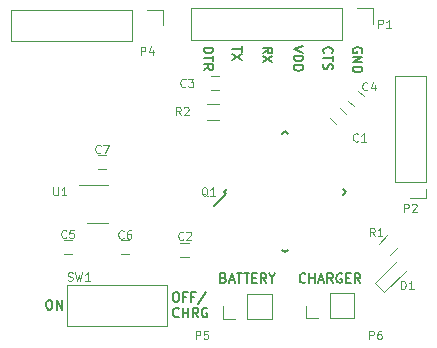
<source format=gto>
G04 #@! TF.FileFunction,Legend,Top*
%FSLAX46Y46*%
G04 Gerber Fmt 4.6, Leading zero omitted, Abs format (unit mm)*
G04 Created by KiCad (PCBNEW 4.0.4-stable) date Wednesday, September 27, 2017 'PMt' 07:19:19 PM*
%MOMM*%
%LPD*%
G01*
G04 APERTURE LIST*
%ADD10C,0.100000*%
%ADD11C,0.150000*%
%ADD12C,0.120000*%
G04 APERTURE END LIST*
D10*
D11*
X155392857Y-120986905D02*
X155545238Y-120986905D01*
X155621429Y-121025000D01*
X155697619Y-121101190D01*
X155735714Y-121253571D01*
X155735714Y-121520238D01*
X155697619Y-121672619D01*
X155621429Y-121748810D01*
X155545238Y-121786905D01*
X155392857Y-121786905D01*
X155316667Y-121748810D01*
X155240476Y-121672619D01*
X155202381Y-121520238D01*
X155202381Y-121253571D01*
X155240476Y-121101190D01*
X155316667Y-121025000D01*
X155392857Y-120986905D01*
X156345238Y-121367857D02*
X156078571Y-121367857D01*
X156078571Y-121786905D02*
X156078571Y-120986905D01*
X156459524Y-120986905D01*
X157030952Y-121367857D02*
X156764285Y-121367857D01*
X156764285Y-121786905D02*
X156764285Y-120986905D01*
X157145238Y-120986905D01*
X158021428Y-120948810D02*
X157335713Y-121977381D01*
X155697619Y-123060714D02*
X155659524Y-123098810D01*
X155545238Y-123136905D01*
X155469048Y-123136905D01*
X155354762Y-123098810D01*
X155278571Y-123022619D01*
X155240476Y-122946429D01*
X155202381Y-122794048D01*
X155202381Y-122679762D01*
X155240476Y-122527381D01*
X155278571Y-122451190D01*
X155354762Y-122375000D01*
X155469048Y-122336905D01*
X155545238Y-122336905D01*
X155659524Y-122375000D01*
X155697619Y-122413095D01*
X156040476Y-123136905D02*
X156040476Y-122336905D01*
X156040476Y-122717857D02*
X156497619Y-122717857D01*
X156497619Y-123136905D02*
X156497619Y-122336905D01*
X157335714Y-123136905D02*
X157069047Y-122755952D01*
X156878571Y-123136905D02*
X156878571Y-122336905D01*
X157183333Y-122336905D01*
X157259524Y-122375000D01*
X157297619Y-122413095D01*
X157335714Y-122489286D01*
X157335714Y-122603571D01*
X157297619Y-122679762D01*
X157259524Y-122717857D01*
X157183333Y-122755952D01*
X156878571Y-122755952D01*
X158097619Y-122375000D02*
X158021428Y-122336905D01*
X157907143Y-122336905D01*
X157792857Y-122375000D01*
X157716666Y-122451190D01*
X157678571Y-122527381D01*
X157640476Y-122679762D01*
X157640476Y-122794048D01*
X157678571Y-122946429D01*
X157716666Y-123022619D01*
X157792857Y-123098810D01*
X157907143Y-123136905D01*
X157983333Y-123136905D01*
X158097619Y-123098810D01*
X158135714Y-123060714D01*
X158135714Y-122794048D01*
X157983333Y-122794048D01*
X144666667Y-121661905D02*
X144819048Y-121661905D01*
X144895239Y-121700000D01*
X144971429Y-121776190D01*
X145009524Y-121928571D01*
X145009524Y-122195238D01*
X144971429Y-122347619D01*
X144895239Y-122423810D01*
X144819048Y-122461905D01*
X144666667Y-122461905D01*
X144590477Y-122423810D01*
X144514286Y-122347619D01*
X144476191Y-122195238D01*
X144476191Y-121928571D01*
X144514286Y-121776190D01*
X144590477Y-121700000D01*
X144666667Y-121661905D01*
X145352381Y-122461905D02*
X145352381Y-121661905D01*
X145809524Y-122461905D01*
X145809524Y-121661905D01*
X166238095Y-100176190D02*
X165438095Y-100442857D01*
X166238095Y-100709524D01*
X165438095Y-100976190D02*
X166238095Y-100976190D01*
X166238095Y-101166666D01*
X166200000Y-101280952D01*
X166123810Y-101357143D01*
X166047619Y-101395238D01*
X165895238Y-101433333D01*
X165780952Y-101433333D01*
X165628571Y-101395238D01*
X165552381Y-101357143D01*
X165476190Y-101280952D01*
X165438095Y-101166666D01*
X165438095Y-100976190D01*
X165438095Y-101776190D02*
X166238095Y-101776190D01*
X166238095Y-101966666D01*
X166200000Y-102080952D01*
X166123810Y-102157143D01*
X166047619Y-102195238D01*
X165895238Y-102233333D01*
X165780952Y-102233333D01*
X165628571Y-102195238D01*
X165552381Y-102157143D01*
X165476190Y-102080952D01*
X165438095Y-101966666D01*
X165438095Y-101776190D01*
X171200000Y-100709524D02*
X171238095Y-100633333D01*
X171238095Y-100519048D01*
X171200000Y-100404762D01*
X171123810Y-100328571D01*
X171047619Y-100290476D01*
X170895238Y-100252381D01*
X170780952Y-100252381D01*
X170628571Y-100290476D01*
X170552381Y-100328571D01*
X170476190Y-100404762D01*
X170438095Y-100519048D01*
X170438095Y-100595238D01*
X170476190Y-100709524D01*
X170514286Y-100747619D01*
X170780952Y-100747619D01*
X170780952Y-100595238D01*
X170438095Y-101090476D02*
X171238095Y-101090476D01*
X170438095Y-101547619D01*
X171238095Y-101547619D01*
X170438095Y-101928571D02*
X171238095Y-101928571D01*
X171238095Y-102119047D01*
X171200000Y-102233333D01*
X171123810Y-102309524D01*
X171047619Y-102347619D01*
X170895238Y-102385714D01*
X170780952Y-102385714D01*
X170628571Y-102347619D01*
X170552381Y-102309524D01*
X170476190Y-102233333D01*
X170438095Y-102119047D01*
X170438095Y-101928571D01*
X168014286Y-100747619D02*
X167976190Y-100709524D01*
X167938095Y-100595238D01*
X167938095Y-100519048D01*
X167976190Y-100404762D01*
X168052381Y-100328571D01*
X168128571Y-100290476D01*
X168280952Y-100252381D01*
X168395238Y-100252381D01*
X168547619Y-100290476D01*
X168623810Y-100328571D01*
X168700000Y-100404762D01*
X168738095Y-100519048D01*
X168738095Y-100595238D01*
X168700000Y-100709524D01*
X168661905Y-100747619D01*
X168738095Y-100976190D02*
X168738095Y-101433333D01*
X167938095Y-101204762D02*
X168738095Y-101204762D01*
X167976190Y-101661905D02*
X167938095Y-101776191D01*
X167938095Y-101966667D01*
X167976190Y-102042857D01*
X168014286Y-102080953D01*
X168090476Y-102119048D01*
X168166667Y-102119048D01*
X168242857Y-102080953D01*
X168280952Y-102042857D01*
X168319048Y-101966667D01*
X168357143Y-101814286D01*
X168395238Y-101738095D01*
X168433333Y-101700000D01*
X168509524Y-101661905D01*
X168585714Y-101661905D01*
X168661905Y-101700000D01*
X168700000Y-101738095D01*
X168738095Y-101814286D01*
X168738095Y-102004762D01*
X168700000Y-102119048D01*
X162838095Y-100747619D02*
X163219048Y-100480952D01*
X162838095Y-100290476D02*
X163638095Y-100290476D01*
X163638095Y-100595238D01*
X163600000Y-100671429D01*
X163561905Y-100709524D01*
X163485714Y-100747619D01*
X163371429Y-100747619D01*
X163295238Y-100709524D01*
X163257143Y-100671429D01*
X163219048Y-100595238D01*
X163219048Y-100290476D01*
X163638095Y-101014286D02*
X162838095Y-101547619D01*
X163638095Y-101547619D02*
X162838095Y-101014286D01*
X161038095Y-100176190D02*
X161038095Y-100633333D01*
X160238095Y-100404762D02*
X161038095Y-100404762D01*
X161038095Y-100823810D02*
X160238095Y-101357143D01*
X161038095Y-101357143D02*
X160238095Y-100823810D01*
X157838095Y-100290476D02*
X158638095Y-100290476D01*
X158638095Y-100480952D01*
X158600000Y-100595238D01*
X158523810Y-100671429D01*
X158447619Y-100709524D01*
X158295238Y-100747619D01*
X158180952Y-100747619D01*
X158028571Y-100709524D01*
X157952381Y-100671429D01*
X157876190Y-100595238D01*
X157838095Y-100480952D01*
X157838095Y-100290476D01*
X158638095Y-100976190D02*
X158638095Y-101433333D01*
X157838095Y-101204762D02*
X158638095Y-101204762D01*
X157838095Y-102157143D02*
X158219048Y-101890476D01*
X157838095Y-101700000D02*
X158638095Y-101700000D01*
X158638095Y-102004762D01*
X158600000Y-102080953D01*
X158561905Y-102119048D01*
X158485714Y-102157143D01*
X158371429Y-102157143D01*
X158295238Y-102119048D01*
X158257143Y-102080953D01*
X158219048Y-102004762D01*
X158219048Y-101700000D01*
X159500000Y-119792857D02*
X159614286Y-119830952D01*
X159652381Y-119869048D01*
X159690476Y-119945238D01*
X159690476Y-120059524D01*
X159652381Y-120135714D01*
X159614286Y-120173810D01*
X159538095Y-120211905D01*
X159233333Y-120211905D01*
X159233333Y-119411905D01*
X159500000Y-119411905D01*
X159576190Y-119450000D01*
X159614286Y-119488095D01*
X159652381Y-119564286D01*
X159652381Y-119640476D01*
X159614286Y-119716667D01*
X159576190Y-119754762D01*
X159500000Y-119792857D01*
X159233333Y-119792857D01*
X159995238Y-119983333D02*
X160376190Y-119983333D01*
X159919047Y-120211905D02*
X160185714Y-119411905D01*
X160452381Y-120211905D01*
X160604761Y-119411905D02*
X161061904Y-119411905D01*
X160833333Y-120211905D02*
X160833333Y-119411905D01*
X161214285Y-119411905D02*
X161671428Y-119411905D01*
X161442857Y-120211905D02*
X161442857Y-119411905D01*
X161938095Y-119792857D02*
X162204762Y-119792857D01*
X162319048Y-120211905D02*
X161938095Y-120211905D01*
X161938095Y-119411905D01*
X162319048Y-119411905D01*
X163119048Y-120211905D02*
X162852381Y-119830952D01*
X162661905Y-120211905D02*
X162661905Y-119411905D01*
X162966667Y-119411905D01*
X163042858Y-119450000D01*
X163080953Y-119488095D01*
X163119048Y-119564286D01*
X163119048Y-119678571D01*
X163080953Y-119754762D01*
X163042858Y-119792857D01*
X162966667Y-119830952D01*
X162661905Y-119830952D01*
X163614286Y-119830952D02*
X163614286Y-120211905D01*
X163347619Y-119411905D02*
X163614286Y-119830952D01*
X163880953Y-119411905D01*
X166423810Y-120135714D02*
X166385715Y-120173810D01*
X166271429Y-120211905D01*
X166195239Y-120211905D01*
X166080953Y-120173810D01*
X166004762Y-120097619D01*
X165966667Y-120021429D01*
X165928572Y-119869048D01*
X165928572Y-119754762D01*
X165966667Y-119602381D01*
X166004762Y-119526190D01*
X166080953Y-119450000D01*
X166195239Y-119411905D01*
X166271429Y-119411905D01*
X166385715Y-119450000D01*
X166423810Y-119488095D01*
X166766667Y-120211905D02*
X166766667Y-119411905D01*
X166766667Y-119792857D02*
X167223810Y-119792857D01*
X167223810Y-120211905D02*
X167223810Y-119411905D01*
X167566667Y-119983333D02*
X167947619Y-119983333D01*
X167490476Y-120211905D02*
X167757143Y-119411905D01*
X168023810Y-120211905D01*
X168747619Y-120211905D02*
X168480952Y-119830952D01*
X168290476Y-120211905D02*
X168290476Y-119411905D01*
X168595238Y-119411905D01*
X168671429Y-119450000D01*
X168709524Y-119488095D01*
X168747619Y-119564286D01*
X168747619Y-119678571D01*
X168709524Y-119754762D01*
X168671429Y-119792857D01*
X168595238Y-119830952D01*
X168290476Y-119830952D01*
X169509524Y-119450000D02*
X169433333Y-119411905D01*
X169319048Y-119411905D01*
X169204762Y-119450000D01*
X169128571Y-119526190D01*
X169090476Y-119602381D01*
X169052381Y-119754762D01*
X169052381Y-119869048D01*
X169090476Y-120021429D01*
X169128571Y-120097619D01*
X169204762Y-120173810D01*
X169319048Y-120211905D01*
X169395238Y-120211905D01*
X169509524Y-120173810D01*
X169547619Y-120135714D01*
X169547619Y-119869048D01*
X169395238Y-119869048D01*
X169890476Y-119792857D02*
X170157143Y-119792857D01*
X170271429Y-120211905D02*
X169890476Y-120211905D01*
X169890476Y-119411905D01*
X170271429Y-119411905D01*
X171071429Y-120211905D02*
X170804762Y-119830952D01*
X170614286Y-120211905D02*
X170614286Y-119411905D01*
X170919048Y-119411905D01*
X170995239Y-119450000D01*
X171033334Y-119488095D01*
X171071429Y-119564286D01*
X171071429Y-119678571D01*
X171033334Y-119754762D01*
X170995239Y-119792857D01*
X170919048Y-119830952D01*
X170614286Y-119830952D01*
D12*
X176630000Y-111655000D02*
X176630000Y-102705000D01*
X176630000Y-102705000D02*
X173970000Y-102705000D01*
X173970000Y-102705000D02*
X173970000Y-111655000D01*
X173970000Y-111655000D02*
X176630000Y-111655000D01*
X176630000Y-112290000D02*
X176630000Y-112985000D01*
X176630000Y-112985000D02*
X175300000Y-112985000D01*
X151730000Y-97070000D02*
X141510000Y-97070000D01*
X141510000Y-97070000D02*
X141510000Y-99730000D01*
X141510000Y-99730000D02*
X151730000Y-99730000D01*
X151730000Y-99730000D02*
X151730000Y-97070000D01*
X153000000Y-97070000D02*
X154330000Y-97070000D01*
X154330000Y-97070000D02*
X154330000Y-98400000D01*
X169530000Y-96970000D02*
X156770000Y-96970000D01*
X156770000Y-96970000D02*
X156770000Y-99630000D01*
X156770000Y-99630000D02*
X169530000Y-99630000D01*
X169530000Y-99630000D02*
X169530000Y-96970000D01*
X170800000Y-96970000D02*
X172130000Y-96970000D01*
X172130000Y-96970000D02*
X172130000Y-98300000D01*
D11*
X159573476Y-112500000D02*
X159732575Y-112659099D01*
X164700000Y-107373476D02*
X164929810Y-107603286D01*
X169826524Y-112500000D02*
X169596714Y-112270190D01*
X164700000Y-117626524D02*
X164470190Y-117396714D01*
X159573476Y-112500000D02*
X159803286Y-112270190D01*
X164700000Y-117626524D02*
X164929810Y-117396714D01*
X169826524Y-112500000D02*
X169596714Y-112729810D01*
X164700000Y-107373476D02*
X164470190Y-107603286D01*
X159732575Y-112659099D02*
X158724948Y-113666726D01*
D12*
X169023223Y-106771751D02*
X168528249Y-106276777D01*
X169376777Y-105428249D02*
X169871751Y-105923223D01*
X156550000Y-118000000D02*
X155850000Y-118000000D01*
X155850000Y-116800000D02*
X156550000Y-116800000D01*
X159150000Y-103900000D02*
X158450000Y-103900000D01*
X158450000Y-102700000D02*
X159150000Y-102700000D01*
X170523223Y-105271751D02*
X170028249Y-104776777D01*
X170876777Y-103928249D02*
X171371751Y-104423223D01*
X146650000Y-117800000D02*
X145950000Y-117800000D01*
X145950000Y-116600000D02*
X146650000Y-116600000D01*
X150800000Y-116600000D02*
X151500000Y-116600000D01*
X151500000Y-117800000D02*
X150800000Y-117800000D01*
X149550000Y-110600000D02*
X148850000Y-110600000D01*
X148850000Y-109400000D02*
X149550000Y-109400000D01*
X172615614Y-116872721D02*
X173322721Y-116165614D01*
X174284386Y-117127279D02*
X173577279Y-117834386D01*
X159100000Y-106380000D02*
X158100000Y-106380000D01*
X158100000Y-105020000D02*
X159100000Y-105020000D01*
D10*
X146250000Y-120350000D02*
X146250000Y-123850000D01*
X154750000Y-120350000D02*
X154750000Y-123850000D01*
X146250000Y-123850000D02*
X154750000Y-123850000D01*
X146250000Y-120350000D02*
X154750000Y-120350000D01*
D12*
X147900000Y-115110000D02*
X149700000Y-115110000D01*
X149700000Y-111890000D02*
X147250000Y-111890000D01*
X172338299Y-120233883D02*
X173116117Y-121011701D01*
X173116117Y-121011701D02*
X174954594Y-119173223D01*
X172338299Y-120233883D02*
X174176777Y-118395406D01*
X161500000Y-123260000D02*
X163560000Y-123260000D01*
X163560000Y-123260000D02*
X163560000Y-121140000D01*
X163560000Y-121140000D02*
X161500000Y-121140000D01*
X161500000Y-121140000D02*
X161500000Y-123260000D01*
X160500000Y-123260000D02*
X159440000Y-123260000D01*
X159440000Y-123260000D02*
X159440000Y-122200000D01*
X168500000Y-123210000D02*
X170560000Y-123210000D01*
X170560000Y-123210000D02*
X170560000Y-121090000D01*
X170560000Y-121090000D02*
X168500000Y-121090000D01*
X168500000Y-121090000D02*
X168500000Y-123210000D01*
X167500000Y-123210000D02*
X166440000Y-123210000D01*
X166440000Y-123210000D02*
X166440000Y-122150000D01*
D10*
X174783334Y-114206667D02*
X174783334Y-113506667D01*
X175050000Y-113506667D01*
X175116667Y-113540000D01*
X175150000Y-113573333D01*
X175183334Y-113640000D01*
X175183334Y-113740000D01*
X175150000Y-113806667D01*
X175116667Y-113840000D01*
X175050000Y-113873333D01*
X174783334Y-113873333D01*
X175450000Y-113573333D02*
X175483334Y-113540000D01*
X175550000Y-113506667D01*
X175716667Y-113506667D01*
X175783334Y-113540000D01*
X175816667Y-113573333D01*
X175850000Y-113640000D01*
X175850000Y-113706667D01*
X175816667Y-113806667D01*
X175416667Y-114206667D01*
X175850000Y-114206667D01*
X152483334Y-100916667D02*
X152483334Y-100216667D01*
X152750000Y-100216667D01*
X152816667Y-100250000D01*
X152850000Y-100283333D01*
X152883334Y-100350000D01*
X152883334Y-100450000D01*
X152850000Y-100516667D01*
X152816667Y-100550000D01*
X152750000Y-100583333D01*
X152483334Y-100583333D01*
X153483334Y-100450000D02*
X153483334Y-100916667D01*
X153316667Y-100183333D02*
X153150000Y-100683333D01*
X153583334Y-100683333D01*
X172598334Y-98616667D02*
X172598334Y-97916667D01*
X172865000Y-97916667D01*
X172931667Y-97950000D01*
X172965000Y-97983333D01*
X172998334Y-98050000D01*
X172998334Y-98150000D01*
X172965000Y-98216667D01*
X172931667Y-98250000D01*
X172865000Y-98283333D01*
X172598334Y-98283333D01*
X173665000Y-98616667D02*
X173265000Y-98616667D01*
X173465000Y-98616667D02*
X173465000Y-97916667D01*
X173398334Y-98016667D01*
X173331667Y-98083333D01*
X173265000Y-98116667D01*
X158156332Y-112883333D02*
X158089666Y-112850000D01*
X158022999Y-112783333D01*
X157922999Y-112683333D01*
X157856332Y-112650000D01*
X157789666Y-112650000D01*
X157822999Y-112816667D02*
X157756332Y-112783333D01*
X157689666Y-112716667D01*
X157656332Y-112583333D01*
X157656332Y-112350000D01*
X157689666Y-112216667D01*
X157756332Y-112150000D01*
X157822999Y-112116667D01*
X157956332Y-112116667D01*
X158022999Y-112150000D01*
X158089666Y-112216667D01*
X158122999Y-112350000D01*
X158122999Y-112583333D01*
X158089666Y-112716667D01*
X158022999Y-112783333D01*
X157956332Y-112816667D01*
X157822999Y-112816667D01*
X158789665Y-112816667D02*
X158389665Y-112816667D01*
X158589665Y-112816667D02*
X158589665Y-112116667D01*
X158522999Y-112216667D01*
X158456332Y-112283333D01*
X158389665Y-112316667D01*
X170884334Y-108170000D02*
X170851000Y-108203333D01*
X170751000Y-108236667D01*
X170684334Y-108236667D01*
X170584334Y-108203333D01*
X170517667Y-108136667D01*
X170484334Y-108070000D01*
X170451000Y-107936667D01*
X170451000Y-107836667D01*
X170484334Y-107703333D01*
X170517667Y-107636667D01*
X170584334Y-107570000D01*
X170684334Y-107536667D01*
X170751000Y-107536667D01*
X170851000Y-107570000D01*
X170884334Y-107603333D01*
X171551000Y-108236667D02*
X171151000Y-108236667D01*
X171351000Y-108236667D02*
X171351000Y-107536667D01*
X171284334Y-107636667D01*
X171217667Y-107703333D01*
X171151000Y-107736667D01*
X156083334Y-116507000D02*
X156050000Y-116540333D01*
X155950000Y-116573667D01*
X155883334Y-116573667D01*
X155783334Y-116540333D01*
X155716667Y-116473667D01*
X155683334Y-116407000D01*
X155650000Y-116273667D01*
X155650000Y-116173667D01*
X155683334Y-116040333D01*
X155716667Y-115973667D01*
X155783334Y-115907000D01*
X155883334Y-115873667D01*
X155950000Y-115873667D01*
X156050000Y-115907000D01*
X156083334Y-115940333D01*
X156350000Y-115940333D02*
X156383334Y-115907000D01*
X156450000Y-115873667D01*
X156616667Y-115873667D01*
X156683334Y-115907000D01*
X156716667Y-115940333D01*
X156750000Y-116007000D01*
X156750000Y-116073667D01*
X156716667Y-116173667D01*
X156316667Y-116573667D01*
X156750000Y-116573667D01*
X156283334Y-103553571D02*
X156250000Y-103587381D01*
X156150000Y-103621190D01*
X156083334Y-103621190D01*
X155983334Y-103587381D01*
X155916667Y-103519762D01*
X155883334Y-103452143D01*
X155850000Y-103316905D01*
X155850000Y-103215476D01*
X155883334Y-103080238D01*
X155916667Y-103012619D01*
X155983334Y-102945000D01*
X156083334Y-102911190D01*
X156150000Y-102911190D01*
X156250000Y-102945000D01*
X156283334Y-102978810D01*
X156516667Y-102911190D02*
X156950000Y-102911190D01*
X156716667Y-103181667D01*
X156816667Y-103181667D01*
X156883334Y-103215476D01*
X156916667Y-103249286D01*
X156950000Y-103316905D01*
X156950000Y-103485952D01*
X156916667Y-103553571D01*
X156883334Y-103587381D01*
X156816667Y-103621190D01*
X156616667Y-103621190D01*
X156550000Y-103587381D01*
X156516667Y-103553571D01*
X171683334Y-103850000D02*
X171650000Y-103883333D01*
X171550000Y-103916667D01*
X171483334Y-103916667D01*
X171383334Y-103883333D01*
X171316667Y-103816667D01*
X171283334Y-103750000D01*
X171250000Y-103616667D01*
X171250000Y-103516667D01*
X171283334Y-103383333D01*
X171316667Y-103316667D01*
X171383334Y-103250000D01*
X171483334Y-103216667D01*
X171550000Y-103216667D01*
X171650000Y-103250000D01*
X171683334Y-103283333D01*
X172283334Y-103450000D02*
X172283334Y-103916667D01*
X172116667Y-103183333D02*
X171950000Y-103683333D01*
X172383334Y-103683333D01*
X146183334Y-116350000D02*
X146150000Y-116383333D01*
X146050000Y-116416667D01*
X145983334Y-116416667D01*
X145883334Y-116383333D01*
X145816667Y-116316667D01*
X145783334Y-116250000D01*
X145750000Y-116116667D01*
X145750000Y-116016667D01*
X145783334Y-115883333D01*
X145816667Y-115816667D01*
X145883334Y-115750000D01*
X145983334Y-115716667D01*
X146050000Y-115716667D01*
X146150000Y-115750000D01*
X146183334Y-115783333D01*
X146816667Y-115716667D02*
X146483334Y-115716667D01*
X146450000Y-116050000D01*
X146483334Y-116016667D01*
X146550000Y-115983333D01*
X146716667Y-115983333D01*
X146783334Y-116016667D01*
X146816667Y-116050000D01*
X146850000Y-116116667D01*
X146850000Y-116283333D01*
X146816667Y-116350000D01*
X146783334Y-116383333D01*
X146716667Y-116416667D01*
X146550000Y-116416667D01*
X146483334Y-116383333D01*
X146450000Y-116350000D01*
X151033334Y-116400000D02*
X151000000Y-116433333D01*
X150900000Y-116466667D01*
X150833334Y-116466667D01*
X150733334Y-116433333D01*
X150666667Y-116366667D01*
X150633334Y-116300000D01*
X150600000Y-116166667D01*
X150600000Y-116066667D01*
X150633334Y-115933333D01*
X150666667Y-115866667D01*
X150733334Y-115800000D01*
X150833334Y-115766667D01*
X150900000Y-115766667D01*
X151000000Y-115800000D01*
X151033334Y-115833333D01*
X151633334Y-115766667D02*
X151500000Y-115766667D01*
X151433334Y-115800000D01*
X151400000Y-115833333D01*
X151333334Y-115933333D01*
X151300000Y-116066667D01*
X151300000Y-116333333D01*
X151333334Y-116400000D01*
X151366667Y-116433333D01*
X151433334Y-116466667D01*
X151566667Y-116466667D01*
X151633334Y-116433333D01*
X151666667Y-116400000D01*
X151700000Y-116333333D01*
X151700000Y-116166667D01*
X151666667Y-116100000D01*
X151633334Y-116066667D01*
X151566667Y-116033333D01*
X151433334Y-116033333D01*
X151366667Y-116066667D01*
X151333334Y-116100000D01*
X151300000Y-116166667D01*
X149083334Y-109150000D02*
X149050000Y-109183333D01*
X148950000Y-109216667D01*
X148883334Y-109216667D01*
X148783334Y-109183333D01*
X148716667Y-109116667D01*
X148683334Y-109050000D01*
X148650000Y-108916667D01*
X148650000Y-108816667D01*
X148683334Y-108683333D01*
X148716667Y-108616667D01*
X148783334Y-108550000D01*
X148883334Y-108516667D01*
X148950000Y-108516667D01*
X149050000Y-108550000D01*
X149083334Y-108583333D01*
X149316667Y-108516667D02*
X149783334Y-108516667D01*
X149483334Y-109216667D01*
X172283334Y-116266667D02*
X172050000Y-115933333D01*
X171883334Y-116266667D02*
X171883334Y-115566667D01*
X172150000Y-115566667D01*
X172216667Y-115600000D01*
X172250000Y-115633333D01*
X172283334Y-115700000D01*
X172283334Y-115800000D01*
X172250000Y-115866667D01*
X172216667Y-115900000D01*
X172150000Y-115933333D01*
X171883334Y-115933333D01*
X172950000Y-116266667D02*
X172550000Y-116266667D01*
X172750000Y-116266667D02*
X172750000Y-115566667D01*
X172683334Y-115666667D01*
X172616667Y-115733333D01*
X172550000Y-115766667D01*
X155883334Y-106016667D02*
X155650000Y-105683333D01*
X155483334Y-106016667D02*
X155483334Y-105316667D01*
X155750000Y-105316667D01*
X155816667Y-105350000D01*
X155850000Y-105383333D01*
X155883334Y-105450000D01*
X155883334Y-105550000D01*
X155850000Y-105616667D01*
X155816667Y-105650000D01*
X155750000Y-105683333D01*
X155483334Y-105683333D01*
X156150000Y-105383333D02*
X156183334Y-105350000D01*
X156250000Y-105316667D01*
X156416667Y-105316667D01*
X156483334Y-105350000D01*
X156516667Y-105383333D01*
X156550000Y-105450000D01*
X156550000Y-105516667D01*
X156516667Y-105616667D01*
X156116667Y-106016667D01*
X156550000Y-106016667D01*
X146316666Y-119983333D02*
X146416666Y-120016667D01*
X146583333Y-120016667D01*
X146650000Y-119983333D01*
X146683333Y-119950000D01*
X146716666Y-119883333D01*
X146716666Y-119816667D01*
X146683333Y-119750000D01*
X146650000Y-119716667D01*
X146583333Y-119683333D01*
X146450000Y-119650000D01*
X146383333Y-119616667D01*
X146350000Y-119583333D01*
X146316666Y-119516667D01*
X146316666Y-119450000D01*
X146350000Y-119383333D01*
X146383333Y-119350000D01*
X146450000Y-119316667D01*
X146616666Y-119316667D01*
X146716666Y-119350000D01*
X146950000Y-119316667D02*
X147116667Y-120016667D01*
X147250000Y-119516667D01*
X147383333Y-120016667D01*
X147550000Y-119316667D01*
X148183333Y-120016667D02*
X147783333Y-120016667D01*
X147983333Y-120016667D02*
X147983333Y-119316667D01*
X147916667Y-119416667D01*
X147850000Y-119483333D01*
X147783333Y-119516667D01*
X145091667Y-112100667D02*
X145091667Y-112667333D01*
X145125000Y-112734000D01*
X145158333Y-112767333D01*
X145225000Y-112800667D01*
X145358333Y-112800667D01*
X145425000Y-112767333D01*
X145458333Y-112734000D01*
X145491667Y-112667333D01*
X145491667Y-112100667D01*
X146191666Y-112800667D02*
X145791666Y-112800667D01*
X145991666Y-112800667D02*
X145991666Y-112100667D01*
X145925000Y-112200667D01*
X145858333Y-112267333D01*
X145791666Y-112300667D01*
X174533334Y-120716667D02*
X174533334Y-120016667D01*
X174700000Y-120016667D01*
X174800000Y-120050000D01*
X174866667Y-120116667D01*
X174900000Y-120183333D01*
X174933334Y-120316667D01*
X174933334Y-120416667D01*
X174900000Y-120550000D01*
X174866667Y-120616667D01*
X174800000Y-120683333D01*
X174700000Y-120716667D01*
X174533334Y-120716667D01*
X175600000Y-120716667D02*
X175200000Y-120716667D01*
X175400000Y-120716667D02*
X175400000Y-120016667D01*
X175333334Y-120116667D01*
X175266667Y-120183333D01*
X175200000Y-120216667D01*
X157133334Y-124966667D02*
X157133334Y-124266667D01*
X157400000Y-124266667D01*
X157466667Y-124300000D01*
X157500000Y-124333333D01*
X157533334Y-124400000D01*
X157533334Y-124500000D01*
X157500000Y-124566667D01*
X157466667Y-124600000D01*
X157400000Y-124633333D01*
X157133334Y-124633333D01*
X158166667Y-124266667D02*
X157833334Y-124266667D01*
X157800000Y-124600000D01*
X157833334Y-124566667D01*
X157900000Y-124533333D01*
X158066667Y-124533333D01*
X158133334Y-124566667D01*
X158166667Y-124600000D01*
X158200000Y-124666667D01*
X158200000Y-124833333D01*
X158166667Y-124900000D01*
X158133334Y-124933333D01*
X158066667Y-124966667D01*
X157900000Y-124966667D01*
X157833334Y-124933333D01*
X157800000Y-124900000D01*
X171833334Y-124966667D02*
X171833334Y-124266667D01*
X172100000Y-124266667D01*
X172166667Y-124300000D01*
X172200000Y-124333333D01*
X172233334Y-124400000D01*
X172233334Y-124500000D01*
X172200000Y-124566667D01*
X172166667Y-124600000D01*
X172100000Y-124633333D01*
X171833334Y-124633333D01*
X172833334Y-124266667D02*
X172700000Y-124266667D01*
X172633334Y-124300000D01*
X172600000Y-124333333D01*
X172533334Y-124433333D01*
X172500000Y-124566667D01*
X172500000Y-124833333D01*
X172533334Y-124900000D01*
X172566667Y-124933333D01*
X172633334Y-124966667D01*
X172766667Y-124966667D01*
X172833334Y-124933333D01*
X172866667Y-124900000D01*
X172900000Y-124833333D01*
X172900000Y-124666667D01*
X172866667Y-124600000D01*
X172833334Y-124566667D01*
X172766667Y-124533333D01*
X172633334Y-124533333D01*
X172566667Y-124566667D01*
X172533334Y-124600000D01*
X172500000Y-124666667D01*
M02*

</source>
